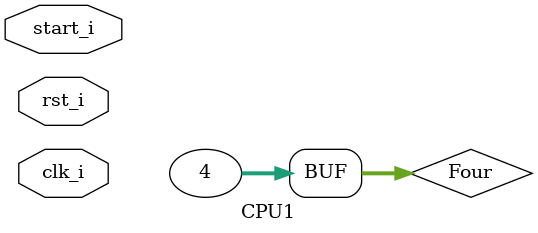
<source format=v>
module CPU1
(
    clk_i, 
    rst_i,
    start_i
);

// Ports
input               clk_i;
input               rst_i;
input               start_i;

//registers
wire [31:0] IFID_instr;
wire [4:0] MEMWB_rd;
wire [31:0] lastmux;
wire MEMWB_RegWrite;
wire [31:0] RS1data;
wire [31:0] RS2data;

Registers Registers(
    .clk_i          (clk_i),    
    .RS1addr_i      (IFID_instr[19:15]),         
    .RS2addr_i      (IFID_instr[24:20]),         
    .RDaddr_i       (MEMWB_rd),         
    .RDdata_i       (lastmux),            
    .RegWrite_i     (MEMWB_RegWrite),             
    .RS1data_o      (RS1data),              
    .RS2data_o      (RS2data)               
);

//IDEX register
wire [31:0] Sign_Extend_data;

Register_IDEX IDEX(
    .clk_i          (clk_i),
    .start_i        (start_i),     

    // Instruction & Data
    .RS1Data_i          (RS1data),
    .RS2Data_i          (RS2data),
    .SignExtended_i     (Sign_Extend_data),
    .funct_i            ({IFID_instr[31:25],IFID_instr[14:12]}),     // 10bits instr[31:25,14:12]    funct 3 and funct 7  
    .RS1_Addr_i         (IFID_instr[19:15]),     // 5 bits instr[19:15]          rs1                     
    .RS2_Addr_i         (IFID_instr[24:20]),     // 5 bits instr[24:20]          rs2                     
    .Rd_Addr_i          (IFID_instr[11:7]),      // 5 bits instr[11:7]           rd

    .RS1Data_o          (IDEX_RS1data),
    .RS2Data_o          (IDEX_RS2data),
    .SignExtended_o     (IDEX_Sign_Extend_data),
    .funct_o            (IDEX_instr),
    .RS1_Addr_o         (ExRs1),     
    .RS2_Addr_o         (ExRs2),
    .Rd_Addr_o          (ExRd),

    // Control 
    .RegWrite_i         (RegWrite), 
    .MemToReg_i         (MemtoReg),
    .MemRead_i          (MemRead), 
    .MemWrite_i         (MemWrite), 
    .ALUOp_i            (ALUOp),   
    .ALUSrc_i           (ALUSrc),   

    .RegWrite_o         (IDEX_RegWrite),
    .MemToReg_o         (IDEX_MemtoReg),
    .MemRead_o          (IDEX_MemRead),
    .MemWrite_o         (IDEX_MemWrite),
    .ALUOp_o            (IDEX_ALUOp),
    .ALUSrc_o           (IDEX_ALUSrc)
);



// Wire/Reg
wire    [31:0]      instr_addr,next_instr_addr,instr,Mux_data,ALU_data,Four;
wire    [1:0]       ALUOp;
wire    [3:0]       ALUCtrl;
wire                ALUSrc;

//Added Wire
wire Flush;                 
wire stall;                

wire MemtoReg;    
wire MemRead;      
wire MemWrite;     
wire Branch;            

wire NoOp;              
wire PCWrite;           

wire [1:0] ForwardA, ForwardB;  
wire [31:0] muxA_o,muxB_o;     

//wires needed for IF/ID

wire [31:0] IFID_instr_addr;  

//wires needed for ID/EX
wire IDEX_ALUSrc, IDEX_RegWrite, IDEX_MemWrite, IDEX_MemRead, IDEX_MemtoReg;
wire [31:0] IDEX_RS1data, IDEX_RS2data, IDEX_Sign_Extend_data;
wire [4:0]  ExRs1, ExRs2, ExRd;                                   
//wire [9:0]  IDEX_instr[31:25],14:12];                                  
wire [9:0]  IDEX_instr;                                 
wire [1:0]  IDEX_ALUOp;  

//wires needed for EX/MEM 
wire EXMEM_RegWrite, EXMEM_MemtoReg;
wire [31:0] EXMEM_ALU_data;
wire EXMEM_MemRead, EXMEM_MemWrite;
wire [31:0] EXMEM_muxB_o;
wire [4:0] EXMEM_rd;

//wires needed in MEM/WB
wire [31:0] MEMWB_EXMEM_ALU_data; 
wire MEMWB_RegWrite,MEMWB_MemtoReg;

wire [31:0] MEMWB_Data_Memory_result,Data_Memory_result;

///////////////////////

assign Four = 32'd4;

Adder PC_Adder(
    .data1_i       (instr_addr),       
    .data2_i       (Four),            
    .data_o         (next_instr_addr)   
);

Instruction_Memory Instruction_Memory(
    .addr_i         (instr_addr),     
    .instr_o        (instr)            
);


MUX32 MUX_ALUSrc(   
    .data1_i        (muxB_o),          
    .data2_i        (IDEX_Sign_Extend_data),    
    .select_i       (IDEX_ALUSrc),               
    .data_o         (Mux_data)              
);

ALU ALU(
    .data1_i        (RS1data),                  
    .data2_i        (Mux_data),
    .ALUCtrl_i      (ALUCtrl),                
    .data_o         (ALU_data)            
);

ALU_Control ALU_Control(
    .funct_i        (IDEX_instr),  
    .ALUOp_i        (ALUOp),                        
    .ALUCtrl_o      (ALUCtrl)                       
);

PC PC(
    .clk_i          (clk_i),     
    .rst_i          (rst_i),     
    .start_i        (start_i),  
    .PCWrite_i      (PCWrite),   
    .pc_i           (next_instr_addr),     
    .pc_o           (instr_addr)           
);

Control Control(
    .Op_i           (IFID_instr[6:0]),       
    .NoOp_i         (NoOp), 
    .RegWrite_o     (RegWrite),
    .MemtoReg_o     (MemtoReg),
    .MemRead_o      (MemRead),
    .MemWrite_o     (MemWrite),
    .ALUOp_o        (ALUOp),    
    .ALUSrc_o       (ALUSrc),
    .Branch_o       (Branch)
);

Sign_Extend Sign_Extend(
    .data_i         (IFID_instr[31:0]),        
    .MemWrite_i     (MemWrite),    //need to rename (?)
    .Branch_i       (Branch),      // need to rename (?)   
    .data_o         (Sign_Extend_data) 
);



// *************** Load/Store *************** //
Data_Memory Data_Memory(
    .clk_i          (clk_i),
    .addr_i         (EXMEM_ALU_data),
    .MemRead_i      (EXMEM_MemRead),
    .MemWrite_i     (EXMEM_MemWrite),
    .data_i         (EXMEM_muxB_o),
    .data_o         (Data_Memory_result)
);

MUX32 MUX_MemtoReg(     
    .data1_i        (MEMWB_EXMEM_ALU_data),          
    .data2_i        (MEMWB_Data_Memory_result),    
    .select_i       (MEMWB_MemToReg),               
    .data_o         (lastmux)              
);

// *************** Pipeline Register *************** //


Register_IFID IFID(
    .clk_i          (clk_i),
    .start_i        (start_i),     

    // PC & HAzard & Instruction
    .pc_i           (instr_addr),
    .Stall_i        (stall),
    .Flush_i        (flush),
    .instr_i        (instr),

    .pc_o           (IFID_instr_addr),
    .instr_o        (IFID_instr)
);



Register_EXMEM EXMEM(
    .clk_i          (clk_i),
    .start_i        (start_i),     //not sure this line need or not

    // Instruction & Data
    .ALU_Result_i       (ALU_data),
    .MemWrite_Data_i       (muxB_o),
    .Rd_Addr_i          (ExRd),

    .ALU_Result_o       (EXMEM_ALU_data),
    .MemWrite_Data_o       (EXMEM_muxB_o),
    .Rd_Addr_o          (EXMEM_rd),

    // Control 
    .RegWrite_i         (IDEX_RegWrite),
    .MemToReg_i         (IDEX_MemToReg),
    .MemRead_i          (IDEX_MemRead),  
    .MemWrite_i         (IDEX_MemWrite), 

    .RegWrite_o         (EXMEM_RegWrite), 
    .MemToReg_o         (EXMEM_MemToReg), 
    .MemRead_o          (EXMEM_MemRead),  
    .MemWrite_o         (EXMEM_MemWrite)
);

Register_MEMWB MEMWB(
    .clk_i          (clk_i),
    .start_i        (start_i),     //not sure this one need or not

    // Address & Data & Instruction  
    .ALU_Result_i          (EXMEM_ALU_data),
    .MemRead_Data_i     (Data_Memory_result),
    .Rd_Addr_i          (EXMEM_rd),

    .ALU_Result_o          (MEMWB_EXMEM_ALU_data),
    .MemRead_Data_o     (MEMWB_Data_Memory_result),
    .Rd_Addr_o          (MEMWB_rd),

    //Control 
    .RegWrite_i         (EXMEM_RegWrite),
    .MemtoReg_i         (EXMEM_MemToReg),

    .RegWrite_o         (MEMWB_RegWrite),
    .MemtoReg_o         (MEMWB_MemToReg)
);

// *************** Branch *************** //
Equal Equal(
    .data1_i    (RS1data),
    .data2_i    (RS2data),
    .equal_o    (Equal_result)
);

Shift_Left ShiftLeft(
    .data_i     (Sign_Extend_data), 
    .data_o     (instr_addr)
);

Adder Branch_Adder(
    .data1_i       (instr_addr),       
    .data2_i       (IFID_instr_addr),            
    .data_o         (next_instr_addr)   
);

MUX32 MUX_PC(       //left mux32
    .data1_i        (next_instr_addr),          
    .data2_i        (next_instr_addr),    
    .select_i       (flush),               
    .data_o         (next_instr_addr)              
);


Hazard_Detection Hazard_Detection(
    .MemRead (IDEX_MemRead),   
    .rd  (IDEX_instr[11:7]),    
    .RS1addr_i (IFID_instr[19:15]), 
    .RS2addr_i (IFID_instr[24:20]), 
    .NoOp   (NoOp),         
    .PCWrite (PCWrite),       
    .Stall_o   (stall)          
);

Forwarding_Unit Forward_Unit(
    //from ID/EX
    .EX_Rs1_i       (ExRs1),
    .EX_Rs2_i       (ExRs1),
    .MEM_RegWrite_i (EXMEM_RegWrite),
    .MEM_Rd_i       (EXMEM_rd),     
    .WB_Rd_i        (MEMWB_rd),      
    .WB_RegWrite_i  (MEMWB_RegWrite),
    .Forward_A_o    (ForwardA),     
    .Forward_B_o    (ForwardB)      
);

MUX32_4 Forward_MUX1(      //for ForwardA    //top MUX4    ok
    .Forward_i   (ForwardA),         //read_data1 00
    .EX_RS_Data_i (IDEX_RS1data),         //01
    .MEM_ALU_Result_i (EXMEM_ALU_data),         //10
    .WB_WriteData_i      (lastmux),         //from Forwarding Unit
    .MUX_Result_o          (muxA_o)          //mux output -> alu
    
);    

MUX32_4 Forward_MUX2(      //for ForwardB     //bottom MUX4    ok
    .EX_RS_Data_i    (IDEX_RS2data),         //read_data1 00
    .WB_WriteData_i(lastmux),         //01
    .MEM_ALU_Result_i (EXMEM_ALU_data),         //10
    .Forward_i       (ForwardB),         //from Forwarding Unit
    .MUX_Result_o          (muxB_o)          //mux output -> center mux32 & EX/MEM 
);    
////////////////////////////////////////////////////////
endmodule

</source>
